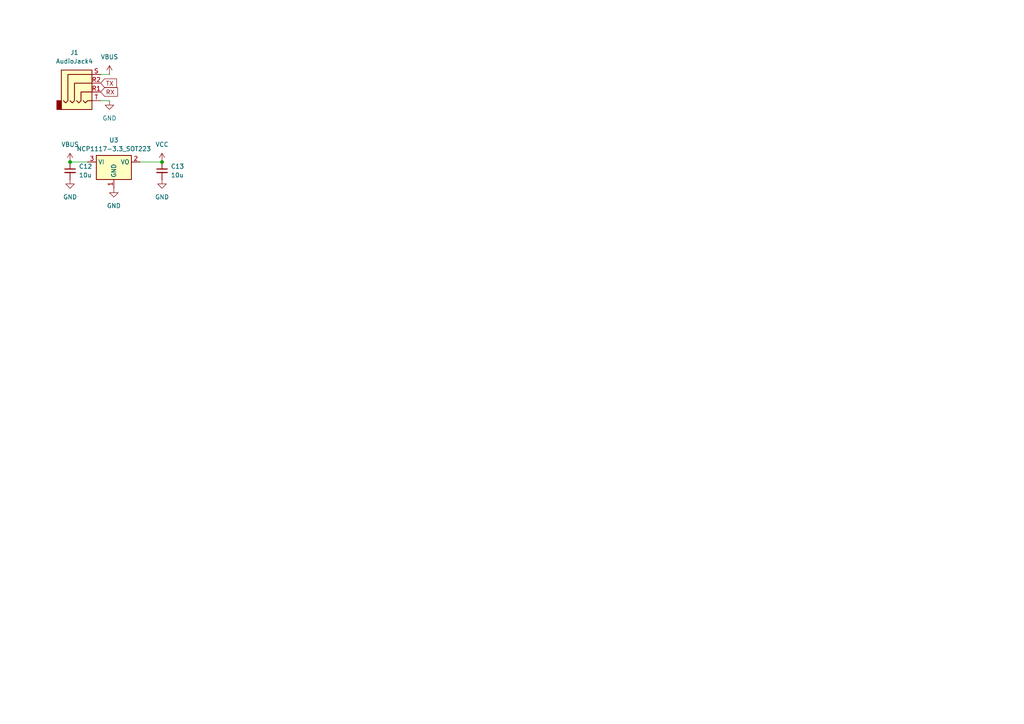
<source format=kicad_sch>
(kicad_sch (version 20250114) (generator "eeschema") (generator_version "9.0")
  (paper "A4")
  (lib_symbols
    (symbol "Connector_Audio:AudioJack4"
      (property "Reference" "J" (at 0 8.89 0))
      (property "Value" "AudioJack4" (at 0 6.35 0))
      (symbol "AudioJack4_0_1"
        (rectangle (start -6.35 -5.08) (end -7.62 -7.62) (stroke (width 0.254)) (fill (type outline)))
        (polyline (pts (xy -5.715 -5.08) (xy -5.08 -5.715) (xy -4.445 -5.08) (xy -4.445 2.54) (xy 2.54 2.54)) (stroke (width 0.254)))
        (polyline (pts (xy -1.905 -5.08) (xy -1.27 -5.715) (xy -0.635 -5.08) (xy -0.635 -2.54) (xy 2.54 -2.54)) (stroke (width 0.254)))
        (polyline (pts (xy 0 -5.08) (xy 0.635 -5.715) (xy 1.27 -5.08) (xy 2.54 -5.08)) (stroke (width 0.254)))
        (rectangle (start 2.54 3.81) (end -6.35 -7.62) (stroke (width 0.254)) (fill (type background)))
        (polyline (pts (xy 2.54 0) (xy -2.54 0) (xy -2.54 -5.08) (xy -3.175 -5.715) (xy -3.81 -5.08)) (stroke (width 0.254)))
      )
      (symbol "AudioJack4_1_1"
        (pin passive line (at 5.08 2.54 180) (length 2.54) (name "~") (number "S"))
        (pin passive line (at 5.08 0 180) (length 2.54) (name "~") (number "R2"))
        (pin passive line (at 5.08 -2.54 180) (length 2.54) (name "~") (number "R1"))
        (pin passive line (at 5.08 -5.08 180) (length 2.54) (name "~") (number "T"))
      )
    )
    (symbol "Device:C_Small" (pin_numbers (hide yes)) (pin_names (offset 0.254) (hide yes))
      (property "Reference" "C" (at 0.254 1.778 0))
      (property "Value" "C_Small" (at 0.254 -2.032 0))
      (symbol "C_Small_0_1"
        (polyline (pts (xy -1.524 0.508) (xy 1.524 0.508)) (stroke (width 0.3048)))
        (polyline (pts (xy -1.524 -0.508) (xy 1.524 -0.508)) (stroke (width 0.3302)))
      )
      (symbol "C_Small_1_1"
        (pin passive line (at 0 2.54 270) (length 2.032) (name "~") (number "1"))
        (pin passive line (at 0 -2.54 90) (length 2.032) (name "~") (number "2"))
      )
    )
    (symbol "Regulator_Linear:NCP1117-3.3_SOT223"
      (property "Reference" "U" (at -3.81 3.175 0))
      (property "Value" "NCP1117-3.3_SOT223" (at 0 3.175 0))
      (symbol "NCP1117-3.3_SOT223_0_1"
        (rectangle (start -5.08 -5.08) (end 5.08 1.905) (stroke (width 0.254)) (fill (type background)))
      )
      (symbol "NCP1117-3.3_SOT223_1_1"
        (pin power_in line (at -7.62 0 0) (length 2.54) (name "VI") (number "3"))
        (pin power_in line (at 0 -7.62 90) (length 2.54) (name "GND") (number "1"))
        (pin power_out line (at 7.62 0 180) (length 2.54) (name "VO") (number "2"))
      )
    )
    (symbol "power:GND" (power) (pin_numbers (hide yes)) (pin_names (offset 0) (hide yes))
      (property "Value" "GND" (at 0 -3.81 0))
      (symbol "GND_0_1"
        (polyline (pts (xy 0 0) (xy 0 -1.27) (xy 1.27 -1.27) (xy 0 -2.54) (xy -1.27 -1.27) (xy 0 -1.27)))
      )
      (symbol "GND_1_1"
        (pin power_in line (at 0 0 270) (length 0) (name "~") (number "1"))
      )
    )
    (symbol "power:VCC" (power) (pin_numbers (hide yes)) (pin_names (offset 0) (hide yes))
      (property "Value" "VCC" (at 0 3.556 0))
      (symbol "VCC_0_1"
        (polyline (pts (xy -0.762 1.27) (xy 0 2.54)))
        (polyline (pts (xy 0 2.54) (xy 0.762 1.27)))
        (polyline (pts (xy 0 0) (xy 0 2.54)))
      )
      (symbol "VCC_1_1"
        (pin power_in line (at 0 0 90) (length 0) (name "~") (number "1"))
      )
    )
  )
  (junction (at 46.99 46.99))
  (junction (at 20.32 46.99))
  (wire (pts (xy 20.32 46.99) (xy 25.4 46.99)))
  (wire (pts (xy 31.75 29.21) (xy 29.21 29.21)))
  (wire (pts (xy 40.64 46.99) (xy 46.99 46.99)))
  (wire (pts (xy 31.75 21.59) (xy 29.21 21.59)))
  (global_label "TX" (shape input) (at 29.21 24.13 0) (property "Intersheetrefs" "${INTERSHEET_REFS}" (effects (hide yes))))
  (global_label "RX" (shape input) (at 29.21 26.67 0) (property "Intersheetrefs" "${INTERSHEET_REFS}" (effects (hide yes))))
  (symbol (lib_id "power:GND") (at 20.32 52.07 0) (unit 1)
    (property "Reference" "#PWR05" (effects (hide yes)))
    (property "Value" "GND" (at 20.32 57.15 0))
    (property "Description" "Power symbol creates a global label with name \"GND\" , ground" (effects (hide yes)))
  )
  (symbol (lib_id "power:VCC") (at 20.32 46.99 0) (unit 1)
    (property "Reference" "#PWR023" (effects (hide yes)))
    (property "Value" "VBUS" (at 20.32 41.91 0))
    (property "Description" "Power symbol creates a global label with name \"VCC\"" (effects (hide yes)))
  )
  (symbol (lib_id "power:VCC") (at 31.75 21.59 0) (unit 1)
    (property "Reference" "#PWR07" (effects (hide yes)))
    (property "Value" "VBUS" (at 31.75 16.51 0))
    (property "Description" "Power symbol creates a global label with name \"VCC\"" (effects (hide yes)))
  )
  (symbol (lib_id "power:GND") (at 33.02 54.61 0) (unit 1)
    (property "Reference" "#PWR02" (effects (hide yes)))
    (property "Value" "GND" (at 33.02 59.69 0))
    (property "Description" "Power symbol creates a global label with name \"GND\" , ground" (effects (hide yes)))
  )
  (symbol (lib_id "Regulator_Linear:NCP1117-3.3_SOT223") (at 33.02 46.99 0) (unit 1)
    (property "Reference" "U3" (at 33.02 40.64 0))
    (property "Value" "NCP1117-3.3_SOT223" (at 33.02 43.18 0))
    (property "Footprint" "Package_TO_SOT_SMD:SOT-223-3_TabPin2" (effects (hide yes)))
    (property "Datasheet" "http://www.onsemi.com/pub_link/Collateral/NCP1117-D.PDF" (effects (hide yes)))
    (property "Description" "1A Low drop-out regulator, Fixed Output 3.3V, SOT-223" (effects (hide yes)))
  )
  (symbol (lib_id "power:GND") (at 31.75 29.21 0) (unit 1)
    (property "Reference" "#PWR06" (effects (hide yes)))
    (property "Value" "GND" (at 31.75 34.29 0))
    (property "Description" "Power symbol creates a global label with name \"GND\" , ground" (effects (hide yes)))
  )
  (symbol (lib_id "power:GND") (at 46.99 52.07 0) (unit 1)
    (property "Reference" "#PWR016" (effects (hide yes)))
    (property "Value" "GND" (at 46.99 57.15 0))
    (property "Description" "Power symbol creates a global label with name \"GND\" , ground" (effects (hide yes)))
  )
  (symbol (lib_id "power:VCC") (at 46.99 46.99 0) (unit 1)
    (property "Reference" "#PWR017" (effects (hide yes)))
    (property "Value" "VCC" (at 46.99 41.91 0))
    (property "Description" "Power symbol creates a global label with name \"VCC\"" (effects (hide yes)))
  )
  (symbol (lib_id "Device:C_Small") (at 46.99 49.53 0) (unit 1) (in_bom no)
    (property "Reference" "C13" (at 49.53 48.2662 0) (effects (justify left)))
    (property "Value" "10u" (at 49.53 50.8062 0) (effects (justify left)))
    (property "Footprint" "Capacitor_SMD:C_0805_2012Metric" (effects (hide yes)))
    (property "Description" "Unpolarized capacitor, small symbol" (effects (hide yes)))
  )
  (symbol (lib_id "Connector_Audio:AudioJack4") (at 24.13 24.13 0) (unit 1) (in_bom no)
    (property "Reference" "J1" (at 21.59 15.24 0))
    (property "Value" "AudioJack4" (at 21.59 17.78 0))
    (property "Footprint" "PCM_marbastlib-xp-various:CON_MJ-4PP-9_Reversible" (effects (hide yes)))
    (property "Description" "Audio Jack, 4 Poles (TRRS)" (effects (hide yes)))
  )
  (symbol (lib_id "Device:C_Small") (at 20.32 49.53 0) (unit 1) (in_bom no)
    (property "Reference" "C12" (at 22.86 48.2662 0) (effects (justify left)))
    (property "Value" "10u" (at 22.86 50.8062 0) (effects (justify left)))
    (property "Footprint" "Capacitor_SMD:C_0805_2012Metric" (effects (hide yes)))
    (property "Description" "Unpolarized capacitor, small symbol" (effects (hide yes)))
  )
)
</source>
